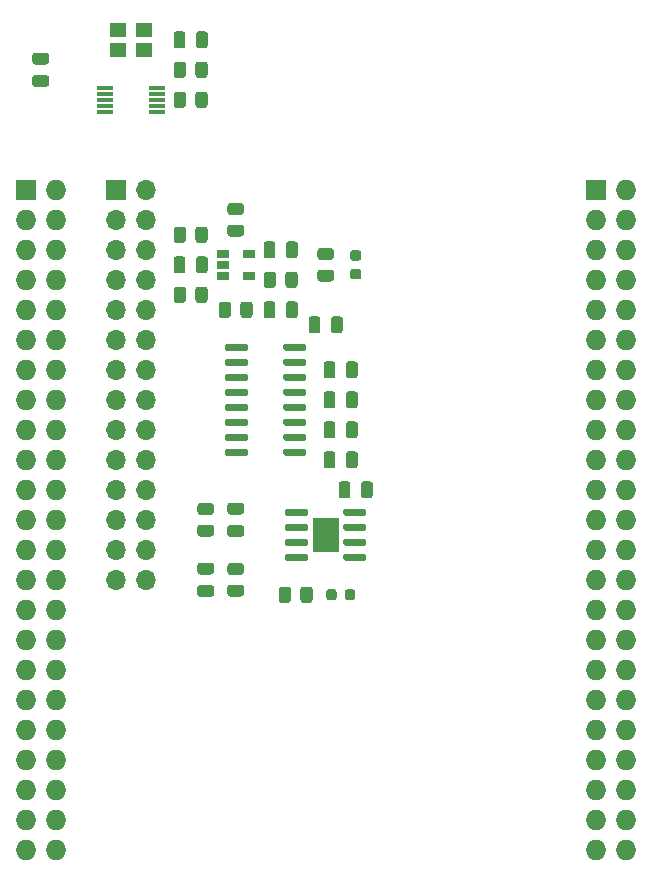
<source format=gbr>
%TF.GenerationSoftware,KiCad,Pcbnew,5.1.9-73d0e3b20d~88~ubuntu18.04.1*%
%TF.CreationDate,2021-02-18T19:04:08+11:00*%
%TF.ProjectId,bbb,6262622e-6b69-4636-9164-5f7063625858,rev?*%
%TF.SameCoordinates,Original*%
%TF.FileFunction,Soldermask,Top*%
%TF.FilePolarity,Negative*%
%FSLAX46Y46*%
G04 Gerber Fmt 4.6, Leading zero omitted, Abs format (unit mm)*
G04 Created by KiCad (PCBNEW 5.1.9-73d0e3b20d~88~ubuntu18.04.1) date 2021-02-18 19:04:08*
%MOMM*%
%LPD*%
G01*
G04 APERTURE LIST*
%ADD10R,1.060000X0.650000*%
%ADD11R,1.400000X0.300000*%
%ADD12R,1.400000X1.200000*%
%ADD13R,1.727200X1.727200*%
%ADD14O,1.727200X1.727200*%
%ADD15R,2.290000X3.000000*%
%ADD16R,1.700000X1.700000*%
%ADD17O,1.700000X1.700000*%
G04 APERTURE END LIST*
%TO.C,C13*%
G36*
G01*
X117165100Y-52672400D02*
X118115100Y-52672400D01*
G75*
G02*
X118365100Y-52922400I0J-250000D01*
G01*
X118365100Y-53422400D01*
G75*
G02*
X118115100Y-53672400I-250000J0D01*
G01*
X117165100Y-53672400D01*
G75*
G02*
X116915100Y-53422400I0J250000D01*
G01*
X116915100Y-52922400D01*
G75*
G02*
X117165100Y-52672400I250000J0D01*
G01*
G37*
G36*
G01*
X117165100Y-50772400D02*
X118115100Y-50772400D01*
G75*
G02*
X118365100Y-51022400I0J-250000D01*
G01*
X118365100Y-51522400D01*
G75*
G02*
X118115100Y-51772400I-250000J0D01*
G01*
X117165100Y-51772400D01*
G75*
G02*
X116915100Y-51522400I0J250000D01*
G01*
X116915100Y-51022400D01*
G75*
G02*
X117165100Y-50772400I250000J0D01*
G01*
G37*
%TD*%
%TO.C,R11*%
G36*
G01*
X139630100Y-97122402D02*
X139630100Y-96222398D01*
G75*
G02*
X139880098Y-95972400I249998J0D01*
G01*
X140405102Y-95972400D01*
G75*
G02*
X140655100Y-96222398I0J-249998D01*
G01*
X140655100Y-97122402D01*
G75*
G02*
X140405102Y-97372400I-249998J0D01*
G01*
X139880098Y-97372400D01*
G75*
G02*
X139630100Y-97122402I0J249998D01*
G01*
G37*
G36*
G01*
X137805100Y-97122402D02*
X137805100Y-96222398D01*
G75*
G02*
X138055098Y-95972400I249998J0D01*
G01*
X138580102Y-95972400D01*
G75*
G02*
X138830100Y-96222398I0J-249998D01*
G01*
X138830100Y-97122402D01*
G75*
G02*
X138580102Y-97372400I-249998J0D01*
G01*
X138055098Y-97372400D01*
G75*
G02*
X137805100Y-97122402I0J249998D01*
G01*
G37*
%TD*%
%TO.C,R10*%
G36*
G01*
X141320098Y-69132400D02*
X142220102Y-69132400D01*
G75*
G02*
X142470100Y-69382398I0J-249998D01*
G01*
X142470100Y-69907402D01*
G75*
G02*
X142220102Y-70157400I-249998J0D01*
G01*
X141320098Y-70157400D01*
G75*
G02*
X141070100Y-69907402I0J249998D01*
G01*
X141070100Y-69382398D01*
G75*
G02*
X141320098Y-69132400I249998J0D01*
G01*
G37*
G36*
G01*
X141320098Y-67307400D02*
X142220102Y-67307400D01*
G75*
G02*
X142470100Y-67557398I0J-249998D01*
G01*
X142470100Y-68082402D01*
G75*
G02*
X142220102Y-68332400I-249998J0D01*
G01*
X141320098Y-68332400D01*
G75*
G02*
X141070100Y-68082402I0J249998D01*
G01*
X141070100Y-67557398D01*
G75*
G02*
X141320098Y-67307400I249998J0D01*
G01*
G37*
%TD*%
%TO.C,D2*%
G36*
G01*
X142690100Y-96416150D02*
X142690100Y-96928650D01*
G75*
G02*
X142471350Y-97147400I-218750J0D01*
G01*
X142033850Y-97147400D01*
G75*
G02*
X141815100Y-96928650I0J218750D01*
G01*
X141815100Y-96416150D01*
G75*
G02*
X142033850Y-96197400I218750J0D01*
G01*
X142471350Y-96197400D01*
G75*
G02*
X142690100Y-96416150I0J-218750D01*
G01*
G37*
G36*
G01*
X144265100Y-96416150D02*
X144265100Y-96928650D01*
G75*
G02*
X144046350Y-97147400I-218750J0D01*
G01*
X143608850Y-97147400D01*
G75*
G02*
X143390100Y-96928650I0J218750D01*
G01*
X143390100Y-96416150D01*
G75*
G02*
X143608850Y-96197400I218750J0D01*
G01*
X144046350Y-96197400D01*
G75*
G02*
X144265100Y-96416150I0J-218750D01*
G01*
G37*
%TD*%
%TO.C,D1*%
G36*
G01*
X144053850Y-69082400D02*
X144566350Y-69082400D01*
G75*
G02*
X144785100Y-69301150I0J-218750D01*
G01*
X144785100Y-69738650D01*
G75*
G02*
X144566350Y-69957400I-218750J0D01*
G01*
X144053850Y-69957400D01*
G75*
G02*
X143835100Y-69738650I0J218750D01*
G01*
X143835100Y-69301150D01*
G75*
G02*
X144053850Y-69082400I218750J0D01*
G01*
G37*
G36*
G01*
X144053850Y-67507400D02*
X144566350Y-67507400D01*
G75*
G02*
X144785100Y-67726150I0J-218750D01*
G01*
X144785100Y-68163650D01*
G75*
G02*
X144566350Y-68382400I-218750J0D01*
G01*
X144053850Y-68382400D01*
G75*
G02*
X143835100Y-68163650I0J218750D01*
G01*
X143835100Y-67726150D01*
G75*
G02*
X144053850Y-67507400I218750J0D01*
G01*
G37*
%TD*%
D10*
%TO.C,U1*%
X135250100Y-67782400D03*
X135250100Y-69682400D03*
X133050100Y-69682400D03*
X133050100Y-68732400D03*
X133050100Y-67782400D03*
%TD*%
%TO.C,C2*%
G36*
G01*
X130790100Y-69207400D02*
X130790100Y-68257400D01*
G75*
G02*
X131040100Y-68007400I250000J0D01*
G01*
X131540100Y-68007400D01*
G75*
G02*
X131790100Y-68257400I0J-250000D01*
G01*
X131790100Y-69207400D01*
G75*
G02*
X131540100Y-69457400I-250000J0D01*
G01*
X131040100Y-69457400D01*
G75*
G02*
X130790100Y-69207400I0J250000D01*
G01*
G37*
G36*
G01*
X128890100Y-69207400D02*
X128890100Y-68257400D01*
G75*
G02*
X129140100Y-68007400I250000J0D01*
G01*
X129640100Y-68007400D01*
G75*
G02*
X129890100Y-68257400I0J-250000D01*
G01*
X129890100Y-69207400D01*
G75*
G02*
X129640100Y-69457400I-250000J0D01*
G01*
X129140100Y-69457400D01*
G75*
G02*
X128890100Y-69207400I0J250000D01*
G01*
G37*
%TD*%
%TO.C,C1*%
G36*
G01*
X138410100Y-73017400D02*
X138410100Y-72067400D01*
G75*
G02*
X138660100Y-71817400I250000J0D01*
G01*
X139160100Y-71817400D01*
G75*
G02*
X139410100Y-72067400I0J-250000D01*
G01*
X139410100Y-73017400D01*
G75*
G02*
X139160100Y-73267400I-250000J0D01*
G01*
X138660100Y-73267400D01*
G75*
G02*
X138410100Y-73017400I0J250000D01*
G01*
G37*
G36*
G01*
X136510100Y-73017400D02*
X136510100Y-72067400D01*
G75*
G02*
X136760100Y-71817400I250000J0D01*
G01*
X137260100Y-71817400D01*
G75*
G02*
X137510100Y-72067400I0J-250000D01*
G01*
X137510100Y-73017400D01*
G75*
G02*
X137260100Y-73267400I-250000J0D01*
G01*
X136760100Y-73267400D01*
G75*
G02*
X136510100Y-73017400I0J250000D01*
G01*
G37*
%TD*%
D11*
%TO.C,U2*%
X127460100Y-55762400D03*
X127460100Y-55262400D03*
X127460100Y-54762400D03*
X127460100Y-54262400D03*
X127460100Y-53762400D03*
X123060100Y-53762400D03*
X123060100Y-54262400D03*
X123060100Y-54762400D03*
X123060100Y-55262400D03*
X123060100Y-55762400D03*
%TD*%
D12*
%TO.C,Y1*%
X124160100Y-48832400D03*
X126360100Y-48832400D03*
X126360100Y-50532400D03*
X124160100Y-50532400D03*
%TD*%
D13*
%TO.C,P1*%
X164630100Y-62382400D03*
D14*
X167170100Y-62382400D03*
X164630100Y-64922400D03*
X167170100Y-64922400D03*
X164630100Y-67462400D03*
X167170100Y-67462400D03*
X164630100Y-70002400D03*
X167170100Y-70002400D03*
X164630100Y-72542400D03*
X167170100Y-72542400D03*
X164630100Y-75082400D03*
X167170100Y-75082400D03*
X164630100Y-77622400D03*
X167170100Y-77622400D03*
X164630100Y-80162400D03*
X167170100Y-80162400D03*
X164630100Y-82702400D03*
X167170100Y-82702400D03*
X164630100Y-85242400D03*
X167170100Y-85242400D03*
X164630100Y-87782400D03*
X167170100Y-87782400D03*
X164630100Y-90322400D03*
X167170100Y-90322400D03*
X164630100Y-92862400D03*
X167170100Y-92862400D03*
X164630100Y-95402400D03*
X167170100Y-95402400D03*
X164630100Y-97942400D03*
X167170100Y-97942400D03*
X164630100Y-100482400D03*
X167170100Y-100482400D03*
X164630100Y-103022400D03*
X167170100Y-103022400D03*
X164630100Y-105562400D03*
X167170100Y-105562400D03*
X164630100Y-108102400D03*
X167170100Y-108102400D03*
X164630100Y-110642400D03*
X167170100Y-110642400D03*
X164630100Y-113182400D03*
X167170100Y-113182400D03*
X164630100Y-115722400D03*
X167170100Y-115722400D03*
X164630100Y-118262400D03*
X167170100Y-118262400D03*
%TD*%
D13*
%TO.C,P2*%
X116370100Y-62382400D03*
D14*
X118910100Y-62382400D03*
X116370100Y-64922400D03*
X118910100Y-64922400D03*
X116370100Y-67462400D03*
X118910100Y-67462400D03*
X116370100Y-70002400D03*
X118910100Y-70002400D03*
X116370100Y-72542400D03*
X118910100Y-72542400D03*
X116370100Y-75082400D03*
X118910100Y-75082400D03*
X116370100Y-77622400D03*
X118910100Y-77622400D03*
X116370100Y-80162400D03*
X118910100Y-80162400D03*
X116370100Y-82702400D03*
X118910100Y-82702400D03*
X116370100Y-85242400D03*
X118910100Y-85242400D03*
X116370100Y-87782400D03*
X118910100Y-87782400D03*
X116370100Y-90322400D03*
X118910100Y-90322400D03*
X116370100Y-92862400D03*
X118910100Y-92862400D03*
X116370100Y-95402400D03*
X118910100Y-95402400D03*
X116370100Y-97942400D03*
X118910100Y-97942400D03*
X116370100Y-100482400D03*
X118910100Y-100482400D03*
X116370100Y-103022400D03*
X118910100Y-103022400D03*
X116370100Y-105562400D03*
X118910100Y-105562400D03*
X116370100Y-108102400D03*
X118910100Y-108102400D03*
X116370100Y-110642400D03*
X118910100Y-110642400D03*
X116370100Y-113182400D03*
X118910100Y-113182400D03*
X116370100Y-115722400D03*
X118910100Y-115722400D03*
X116370100Y-118262400D03*
X118910100Y-118262400D03*
%TD*%
%TO.C,C3*%
G36*
G01*
X139410100Y-66987400D02*
X139410100Y-67937400D01*
G75*
G02*
X139160100Y-68187400I-250000J0D01*
G01*
X138660100Y-68187400D01*
G75*
G02*
X138410100Y-67937400I0J250000D01*
G01*
X138410100Y-66987400D01*
G75*
G02*
X138660100Y-66737400I250000J0D01*
G01*
X139160100Y-66737400D01*
G75*
G02*
X139410100Y-66987400I0J-250000D01*
G01*
G37*
G36*
G01*
X137510100Y-66987400D02*
X137510100Y-67937400D01*
G75*
G02*
X137260100Y-68187400I-250000J0D01*
G01*
X136760100Y-68187400D01*
G75*
G02*
X136510100Y-67937400I0J250000D01*
G01*
X136510100Y-66987400D01*
G75*
G02*
X136760100Y-66737400I250000J0D01*
G01*
X137260100Y-66737400D01*
G75*
G02*
X137510100Y-66987400I0J-250000D01*
G01*
G37*
%TD*%
%TO.C,C4*%
G36*
G01*
X131790100Y-49207400D02*
X131790100Y-50157400D01*
G75*
G02*
X131540100Y-50407400I-250000J0D01*
G01*
X131040100Y-50407400D01*
G75*
G02*
X130790100Y-50157400I0J250000D01*
G01*
X130790100Y-49207400D01*
G75*
G02*
X131040100Y-48957400I250000J0D01*
G01*
X131540100Y-48957400D01*
G75*
G02*
X131790100Y-49207400I0J-250000D01*
G01*
G37*
G36*
G01*
X129890100Y-49207400D02*
X129890100Y-50157400D01*
G75*
G02*
X129640100Y-50407400I-250000J0D01*
G01*
X129140100Y-50407400D01*
G75*
G02*
X128890100Y-50157400I0J250000D01*
G01*
X128890100Y-49207400D01*
G75*
G02*
X129140100Y-48957400I250000J0D01*
G01*
X129640100Y-48957400D01*
G75*
G02*
X129890100Y-49207400I0J-250000D01*
G01*
G37*
%TD*%
%TO.C,C5*%
G36*
G01*
X142220100Y-74287400D02*
X142220100Y-73337400D01*
G75*
G02*
X142470100Y-73087400I250000J0D01*
G01*
X142970100Y-73087400D01*
G75*
G02*
X143220100Y-73337400I0J-250000D01*
G01*
X143220100Y-74287400D01*
G75*
G02*
X142970100Y-74537400I-250000J0D01*
G01*
X142470100Y-74537400D01*
G75*
G02*
X142220100Y-74287400I0J250000D01*
G01*
G37*
G36*
G01*
X140320100Y-74287400D02*
X140320100Y-73337400D01*
G75*
G02*
X140570100Y-73087400I250000J0D01*
G01*
X141070100Y-73087400D01*
G75*
G02*
X141320100Y-73337400I0J-250000D01*
G01*
X141320100Y-74287400D01*
G75*
G02*
X141070100Y-74537400I-250000J0D01*
G01*
X140570100Y-74537400D01*
G75*
G02*
X140320100Y-74287400I0J250000D01*
G01*
G37*
%TD*%
%TO.C,C6*%
G36*
G01*
X143490100Y-80637400D02*
X143490100Y-79687400D01*
G75*
G02*
X143740100Y-79437400I250000J0D01*
G01*
X144240100Y-79437400D01*
G75*
G02*
X144490100Y-79687400I0J-250000D01*
G01*
X144490100Y-80637400D01*
G75*
G02*
X144240100Y-80887400I-250000J0D01*
G01*
X143740100Y-80887400D01*
G75*
G02*
X143490100Y-80637400I0J250000D01*
G01*
G37*
G36*
G01*
X141590100Y-80637400D02*
X141590100Y-79687400D01*
G75*
G02*
X141840100Y-79437400I250000J0D01*
G01*
X142340100Y-79437400D01*
G75*
G02*
X142590100Y-79687400I0J-250000D01*
G01*
X142590100Y-80637400D01*
G75*
G02*
X142340100Y-80887400I-250000J0D01*
G01*
X141840100Y-80887400D01*
G75*
G02*
X141590100Y-80637400I0J250000D01*
G01*
G37*
%TD*%
%TO.C,C7*%
G36*
G01*
X141590100Y-83177400D02*
X141590100Y-82227400D01*
G75*
G02*
X141840100Y-81977400I250000J0D01*
G01*
X142340100Y-81977400D01*
G75*
G02*
X142590100Y-82227400I0J-250000D01*
G01*
X142590100Y-83177400D01*
G75*
G02*
X142340100Y-83427400I-250000J0D01*
G01*
X141840100Y-83427400D01*
G75*
G02*
X141590100Y-83177400I0J250000D01*
G01*
G37*
G36*
G01*
X143490100Y-83177400D02*
X143490100Y-82227400D01*
G75*
G02*
X143740100Y-81977400I250000J0D01*
G01*
X144240100Y-81977400D01*
G75*
G02*
X144490100Y-82227400I0J-250000D01*
G01*
X144490100Y-83177400D01*
G75*
G02*
X144240100Y-83427400I-250000J0D01*
G01*
X143740100Y-83427400D01*
G75*
G02*
X143490100Y-83177400I0J250000D01*
G01*
G37*
%TD*%
%TO.C,C8*%
G36*
G01*
X143490100Y-85717400D02*
X143490100Y-84767400D01*
G75*
G02*
X143740100Y-84517400I250000J0D01*
G01*
X144240100Y-84517400D01*
G75*
G02*
X144490100Y-84767400I0J-250000D01*
G01*
X144490100Y-85717400D01*
G75*
G02*
X144240100Y-85967400I-250000J0D01*
G01*
X143740100Y-85967400D01*
G75*
G02*
X143490100Y-85717400I0J250000D01*
G01*
G37*
G36*
G01*
X141590100Y-85717400D02*
X141590100Y-84767400D01*
G75*
G02*
X141840100Y-84517400I250000J0D01*
G01*
X142340100Y-84517400D01*
G75*
G02*
X142590100Y-84767400I0J-250000D01*
G01*
X142590100Y-85717400D01*
G75*
G02*
X142340100Y-85967400I-250000J0D01*
G01*
X141840100Y-85967400D01*
G75*
G02*
X141590100Y-85717400I0J250000D01*
G01*
G37*
%TD*%
%TO.C,C9*%
G36*
G01*
X144760100Y-88257400D02*
X144760100Y-87307400D01*
G75*
G02*
X145010100Y-87057400I250000J0D01*
G01*
X145510100Y-87057400D01*
G75*
G02*
X145760100Y-87307400I0J-250000D01*
G01*
X145760100Y-88257400D01*
G75*
G02*
X145510100Y-88507400I-250000J0D01*
G01*
X145010100Y-88507400D01*
G75*
G02*
X144760100Y-88257400I0J250000D01*
G01*
G37*
G36*
G01*
X142860100Y-88257400D02*
X142860100Y-87307400D01*
G75*
G02*
X143110100Y-87057400I250000J0D01*
G01*
X143610100Y-87057400D01*
G75*
G02*
X143860100Y-87307400I0J-250000D01*
G01*
X143860100Y-88257400D01*
G75*
G02*
X143610100Y-88507400I-250000J0D01*
G01*
X143110100Y-88507400D01*
G75*
G02*
X142860100Y-88257400I0J250000D01*
G01*
G37*
%TD*%
%TO.C,C10*%
G36*
G01*
X141590100Y-78097400D02*
X141590100Y-77147400D01*
G75*
G02*
X141840100Y-76897400I250000J0D01*
G01*
X142340100Y-76897400D01*
G75*
G02*
X142590100Y-77147400I0J-250000D01*
G01*
X142590100Y-78097400D01*
G75*
G02*
X142340100Y-78347400I-250000J0D01*
G01*
X141840100Y-78347400D01*
G75*
G02*
X141590100Y-78097400I0J250000D01*
G01*
G37*
G36*
G01*
X143490100Y-78097400D02*
X143490100Y-77147400D01*
G75*
G02*
X143740100Y-76897400I250000J0D01*
G01*
X144240100Y-76897400D01*
G75*
G02*
X144490100Y-77147400I0J-250000D01*
G01*
X144490100Y-78097400D01*
G75*
G02*
X144240100Y-78347400I-250000J0D01*
G01*
X143740100Y-78347400D01*
G75*
G02*
X143490100Y-78097400I0J250000D01*
G01*
G37*
%TD*%
%TO.C,C11*%
G36*
G01*
X133675100Y-90772400D02*
X134625100Y-90772400D01*
G75*
G02*
X134875100Y-91022400I0J-250000D01*
G01*
X134875100Y-91522400D01*
G75*
G02*
X134625100Y-91772400I-250000J0D01*
G01*
X133675100Y-91772400D01*
G75*
G02*
X133425100Y-91522400I0J250000D01*
G01*
X133425100Y-91022400D01*
G75*
G02*
X133675100Y-90772400I250000J0D01*
G01*
G37*
G36*
G01*
X133675100Y-88872400D02*
X134625100Y-88872400D01*
G75*
G02*
X134875100Y-89122400I0J-250000D01*
G01*
X134875100Y-89622400D01*
G75*
G02*
X134625100Y-89872400I-250000J0D01*
G01*
X133675100Y-89872400D01*
G75*
G02*
X133425100Y-89622400I0J250000D01*
G01*
X133425100Y-89122400D01*
G75*
G02*
X133675100Y-88872400I250000J0D01*
G01*
G37*
%TD*%
%TO.C,C12*%
G36*
G01*
X132085100Y-96852400D02*
X131135100Y-96852400D01*
G75*
G02*
X130885100Y-96602400I0J250000D01*
G01*
X130885100Y-96102400D01*
G75*
G02*
X131135100Y-95852400I250000J0D01*
G01*
X132085100Y-95852400D01*
G75*
G02*
X132335100Y-96102400I0J-250000D01*
G01*
X132335100Y-96602400D01*
G75*
G02*
X132085100Y-96852400I-250000J0D01*
G01*
G37*
G36*
G01*
X132085100Y-94952400D02*
X131135100Y-94952400D01*
G75*
G02*
X130885100Y-94702400I0J250000D01*
G01*
X130885100Y-94202400D01*
G75*
G02*
X131135100Y-93952400I250000J0D01*
G01*
X132085100Y-93952400D01*
G75*
G02*
X132335100Y-94202400I0J-250000D01*
G01*
X132335100Y-94702400D01*
G75*
G02*
X132085100Y-94952400I-250000J0D01*
G01*
G37*
%TD*%
%TO.C,R1*%
G36*
G01*
X135575100Y-72092398D02*
X135575100Y-72992402D01*
G75*
G02*
X135325102Y-73242400I-249998J0D01*
G01*
X134800098Y-73242400D01*
G75*
G02*
X134550100Y-72992402I0J249998D01*
G01*
X134550100Y-72092398D01*
G75*
G02*
X134800098Y-71842400I249998J0D01*
G01*
X135325102Y-71842400D01*
G75*
G02*
X135575100Y-72092398I0J-249998D01*
G01*
G37*
G36*
G01*
X133750100Y-72092398D02*
X133750100Y-72992402D01*
G75*
G02*
X133500102Y-73242400I-249998J0D01*
G01*
X132975098Y-73242400D01*
G75*
G02*
X132725100Y-72992402I0J249998D01*
G01*
X132725100Y-72092398D01*
G75*
G02*
X132975098Y-71842400I249998J0D01*
G01*
X133500102Y-71842400D01*
G75*
G02*
X133750100Y-72092398I0J-249998D01*
G01*
G37*
%TD*%
%TO.C,R2*%
G36*
G01*
X136535100Y-70452402D02*
X136535100Y-69552398D01*
G75*
G02*
X136785098Y-69302400I249998J0D01*
G01*
X137310102Y-69302400D01*
G75*
G02*
X137560100Y-69552398I0J-249998D01*
G01*
X137560100Y-70452402D01*
G75*
G02*
X137310102Y-70702400I-249998J0D01*
G01*
X136785098Y-70702400D01*
G75*
G02*
X136535100Y-70452402I0J249998D01*
G01*
G37*
G36*
G01*
X138360100Y-70452402D02*
X138360100Y-69552398D01*
G75*
G02*
X138610098Y-69302400I249998J0D01*
G01*
X139135102Y-69302400D01*
G75*
G02*
X139385100Y-69552398I0J-249998D01*
G01*
X139385100Y-70452402D01*
G75*
G02*
X139135102Y-70702400I-249998J0D01*
G01*
X138610098Y-70702400D01*
G75*
G02*
X138360100Y-70452402I0J249998D01*
G01*
G37*
%TD*%
%TO.C,R3*%
G36*
G01*
X129940100Y-70822398D02*
X129940100Y-71722402D01*
G75*
G02*
X129690102Y-71972400I-249998J0D01*
G01*
X129165098Y-71972400D01*
G75*
G02*
X128915100Y-71722402I0J249998D01*
G01*
X128915100Y-70822398D01*
G75*
G02*
X129165098Y-70572400I249998J0D01*
G01*
X129690102Y-70572400D01*
G75*
G02*
X129940100Y-70822398I0J-249998D01*
G01*
G37*
G36*
G01*
X131765100Y-70822398D02*
X131765100Y-71722402D01*
G75*
G02*
X131515102Y-71972400I-249998J0D01*
G01*
X130990098Y-71972400D01*
G75*
G02*
X130740100Y-71722402I0J249998D01*
G01*
X130740100Y-70822398D01*
G75*
G02*
X130990098Y-70572400I249998J0D01*
G01*
X131515102Y-70572400D01*
G75*
G02*
X131765100Y-70822398I0J-249998D01*
G01*
G37*
%TD*%
%TO.C,R4*%
G36*
G01*
X133700098Y-63497400D02*
X134600102Y-63497400D01*
G75*
G02*
X134850100Y-63747398I0J-249998D01*
G01*
X134850100Y-64272402D01*
G75*
G02*
X134600102Y-64522400I-249998J0D01*
G01*
X133700098Y-64522400D01*
G75*
G02*
X133450100Y-64272402I0J249998D01*
G01*
X133450100Y-63747398D01*
G75*
G02*
X133700098Y-63497400I249998J0D01*
G01*
G37*
G36*
G01*
X133700098Y-65322400D02*
X134600102Y-65322400D01*
G75*
G02*
X134850100Y-65572398I0J-249998D01*
G01*
X134850100Y-66097402D01*
G75*
G02*
X134600102Y-66347400I-249998J0D01*
G01*
X133700098Y-66347400D01*
G75*
G02*
X133450100Y-66097402I0J249998D01*
G01*
X133450100Y-65572398D01*
G75*
G02*
X133700098Y-65322400I249998J0D01*
G01*
G37*
%TD*%
%TO.C,R5*%
G36*
G01*
X128915100Y-55212402D02*
X128915100Y-54312398D01*
G75*
G02*
X129165098Y-54062400I249998J0D01*
G01*
X129690102Y-54062400D01*
G75*
G02*
X129940100Y-54312398I0J-249998D01*
G01*
X129940100Y-55212402D01*
G75*
G02*
X129690102Y-55462400I-249998J0D01*
G01*
X129165098Y-55462400D01*
G75*
G02*
X128915100Y-55212402I0J249998D01*
G01*
G37*
G36*
G01*
X130740100Y-55212402D02*
X130740100Y-54312398D01*
G75*
G02*
X130990098Y-54062400I249998J0D01*
G01*
X131515102Y-54062400D01*
G75*
G02*
X131765100Y-54312398I0J-249998D01*
G01*
X131765100Y-55212402D01*
G75*
G02*
X131515102Y-55462400I-249998J0D01*
G01*
X130990098Y-55462400D01*
G75*
G02*
X130740100Y-55212402I0J249998D01*
G01*
G37*
%TD*%
%TO.C,R6*%
G36*
G01*
X130740100Y-52672402D02*
X130740100Y-51772398D01*
G75*
G02*
X130990098Y-51522400I249998J0D01*
G01*
X131515102Y-51522400D01*
G75*
G02*
X131765100Y-51772398I0J-249998D01*
G01*
X131765100Y-52672402D01*
G75*
G02*
X131515102Y-52922400I-249998J0D01*
G01*
X130990098Y-52922400D01*
G75*
G02*
X130740100Y-52672402I0J249998D01*
G01*
G37*
G36*
G01*
X128915100Y-52672402D02*
X128915100Y-51772398D01*
G75*
G02*
X129165098Y-51522400I249998J0D01*
G01*
X129690102Y-51522400D01*
G75*
G02*
X129940100Y-51772398I0J-249998D01*
G01*
X129940100Y-52672402D01*
G75*
G02*
X129690102Y-52922400I-249998J0D01*
G01*
X129165098Y-52922400D01*
G75*
G02*
X128915100Y-52672402I0J249998D01*
G01*
G37*
%TD*%
%TO.C,R7*%
G36*
G01*
X130740100Y-66642402D02*
X130740100Y-65742398D01*
G75*
G02*
X130990098Y-65492400I249998J0D01*
G01*
X131515102Y-65492400D01*
G75*
G02*
X131765100Y-65742398I0J-249998D01*
G01*
X131765100Y-66642402D01*
G75*
G02*
X131515102Y-66892400I-249998J0D01*
G01*
X130990098Y-66892400D01*
G75*
G02*
X130740100Y-66642402I0J249998D01*
G01*
G37*
G36*
G01*
X128915100Y-66642402D02*
X128915100Y-65742398D01*
G75*
G02*
X129165098Y-65492400I249998J0D01*
G01*
X129690102Y-65492400D01*
G75*
G02*
X129940100Y-65742398I0J-249998D01*
G01*
X129940100Y-66642402D01*
G75*
G02*
X129690102Y-66892400I-249998J0D01*
G01*
X129165098Y-66892400D01*
G75*
G02*
X128915100Y-66642402I0J249998D01*
G01*
G37*
%TD*%
%TO.C,R8*%
G36*
G01*
X131160098Y-90722400D02*
X132060102Y-90722400D01*
G75*
G02*
X132310100Y-90972398I0J-249998D01*
G01*
X132310100Y-91497402D01*
G75*
G02*
X132060102Y-91747400I-249998J0D01*
G01*
X131160098Y-91747400D01*
G75*
G02*
X130910100Y-91497402I0J249998D01*
G01*
X130910100Y-90972398D01*
G75*
G02*
X131160098Y-90722400I249998J0D01*
G01*
G37*
G36*
G01*
X131160098Y-88897400D02*
X132060102Y-88897400D01*
G75*
G02*
X132310100Y-89147398I0J-249998D01*
G01*
X132310100Y-89672402D01*
G75*
G02*
X132060102Y-89922400I-249998J0D01*
G01*
X131160098Y-89922400D01*
G75*
G02*
X130910100Y-89672402I0J249998D01*
G01*
X130910100Y-89147398D01*
G75*
G02*
X131160098Y-88897400I249998J0D01*
G01*
G37*
%TD*%
%TO.C,R9*%
G36*
G01*
X134600102Y-96827400D02*
X133700098Y-96827400D01*
G75*
G02*
X133450100Y-96577402I0J249998D01*
G01*
X133450100Y-96052398D01*
G75*
G02*
X133700098Y-95802400I249998J0D01*
G01*
X134600102Y-95802400D01*
G75*
G02*
X134850100Y-96052398I0J-249998D01*
G01*
X134850100Y-96577402D01*
G75*
G02*
X134600102Y-96827400I-249998J0D01*
G01*
G37*
G36*
G01*
X134600102Y-95002400D02*
X133700098Y-95002400D01*
G75*
G02*
X133450100Y-94752402I0J249998D01*
G01*
X133450100Y-94227398D01*
G75*
G02*
X133700098Y-93977400I249998J0D01*
G01*
X134600102Y-93977400D01*
G75*
G02*
X134850100Y-94227398I0J-249998D01*
G01*
X134850100Y-94752402D01*
G75*
G02*
X134600102Y-95002400I-249998J0D01*
G01*
G37*
%TD*%
%TO.C,U3*%
G36*
G01*
X133240100Y-75867400D02*
X133240100Y-75567400D01*
G75*
G02*
X133390100Y-75417400I150000J0D01*
G01*
X135040100Y-75417400D01*
G75*
G02*
X135190100Y-75567400I0J-150000D01*
G01*
X135190100Y-75867400D01*
G75*
G02*
X135040100Y-76017400I-150000J0D01*
G01*
X133390100Y-76017400D01*
G75*
G02*
X133240100Y-75867400I0J150000D01*
G01*
G37*
G36*
G01*
X133240100Y-77137400D02*
X133240100Y-76837400D01*
G75*
G02*
X133390100Y-76687400I150000J0D01*
G01*
X135040100Y-76687400D01*
G75*
G02*
X135190100Y-76837400I0J-150000D01*
G01*
X135190100Y-77137400D01*
G75*
G02*
X135040100Y-77287400I-150000J0D01*
G01*
X133390100Y-77287400D01*
G75*
G02*
X133240100Y-77137400I0J150000D01*
G01*
G37*
G36*
G01*
X133240100Y-78407400D02*
X133240100Y-78107400D01*
G75*
G02*
X133390100Y-77957400I150000J0D01*
G01*
X135040100Y-77957400D01*
G75*
G02*
X135190100Y-78107400I0J-150000D01*
G01*
X135190100Y-78407400D01*
G75*
G02*
X135040100Y-78557400I-150000J0D01*
G01*
X133390100Y-78557400D01*
G75*
G02*
X133240100Y-78407400I0J150000D01*
G01*
G37*
G36*
G01*
X133240100Y-79677400D02*
X133240100Y-79377400D01*
G75*
G02*
X133390100Y-79227400I150000J0D01*
G01*
X135040100Y-79227400D01*
G75*
G02*
X135190100Y-79377400I0J-150000D01*
G01*
X135190100Y-79677400D01*
G75*
G02*
X135040100Y-79827400I-150000J0D01*
G01*
X133390100Y-79827400D01*
G75*
G02*
X133240100Y-79677400I0J150000D01*
G01*
G37*
G36*
G01*
X133240100Y-80947400D02*
X133240100Y-80647400D01*
G75*
G02*
X133390100Y-80497400I150000J0D01*
G01*
X135040100Y-80497400D01*
G75*
G02*
X135190100Y-80647400I0J-150000D01*
G01*
X135190100Y-80947400D01*
G75*
G02*
X135040100Y-81097400I-150000J0D01*
G01*
X133390100Y-81097400D01*
G75*
G02*
X133240100Y-80947400I0J150000D01*
G01*
G37*
G36*
G01*
X133240100Y-82217400D02*
X133240100Y-81917400D01*
G75*
G02*
X133390100Y-81767400I150000J0D01*
G01*
X135040100Y-81767400D01*
G75*
G02*
X135190100Y-81917400I0J-150000D01*
G01*
X135190100Y-82217400D01*
G75*
G02*
X135040100Y-82367400I-150000J0D01*
G01*
X133390100Y-82367400D01*
G75*
G02*
X133240100Y-82217400I0J150000D01*
G01*
G37*
G36*
G01*
X133240100Y-83487400D02*
X133240100Y-83187400D01*
G75*
G02*
X133390100Y-83037400I150000J0D01*
G01*
X135040100Y-83037400D01*
G75*
G02*
X135190100Y-83187400I0J-150000D01*
G01*
X135190100Y-83487400D01*
G75*
G02*
X135040100Y-83637400I-150000J0D01*
G01*
X133390100Y-83637400D01*
G75*
G02*
X133240100Y-83487400I0J150000D01*
G01*
G37*
G36*
G01*
X133240100Y-84757400D02*
X133240100Y-84457400D01*
G75*
G02*
X133390100Y-84307400I150000J0D01*
G01*
X135040100Y-84307400D01*
G75*
G02*
X135190100Y-84457400I0J-150000D01*
G01*
X135190100Y-84757400D01*
G75*
G02*
X135040100Y-84907400I-150000J0D01*
G01*
X133390100Y-84907400D01*
G75*
G02*
X133240100Y-84757400I0J150000D01*
G01*
G37*
G36*
G01*
X138190100Y-84757400D02*
X138190100Y-84457400D01*
G75*
G02*
X138340100Y-84307400I150000J0D01*
G01*
X139990100Y-84307400D01*
G75*
G02*
X140140100Y-84457400I0J-150000D01*
G01*
X140140100Y-84757400D01*
G75*
G02*
X139990100Y-84907400I-150000J0D01*
G01*
X138340100Y-84907400D01*
G75*
G02*
X138190100Y-84757400I0J150000D01*
G01*
G37*
G36*
G01*
X138190100Y-83487400D02*
X138190100Y-83187400D01*
G75*
G02*
X138340100Y-83037400I150000J0D01*
G01*
X139990100Y-83037400D01*
G75*
G02*
X140140100Y-83187400I0J-150000D01*
G01*
X140140100Y-83487400D01*
G75*
G02*
X139990100Y-83637400I-150000J0D01*
G01*
X138340100Y-83637400D01*
G75*
G02*
X138190100Y-83487400I0J150000D01*
G01*
G37*
G36*
G01*
X138190100Y-82217400D02*
X138190100Y-81917400D01*
G75*
G02*
X138340100Y-81767400I150000J0D01*
G01*
X139990100Y-81767400D01*
G75*
G02*
X140140100Y-81917400I0J-150000D01*
G01*
X140140100Y-82217400D01*
G75*
G02*
X139990100Y-82367400I-150000J0D01*
G01*
X138340100Y-82367400D01*
G75*
G02*
X138190100Y-82217400I0J150000D01*
G01*
G37*
G36*
G01*
X138190100Y-80947400D02*
X138190100Y-80647400D01*
G75*
G02*
X138340100Y-80497400I150000J0D01*
G01*
X139990100Y-80497400D01*
G75*
G02*
X140140100Y-80647400I0J-150000D01*
G01*
X140140100Y-80947400D01*
G75*
G02*
X139990100Y-81097400I-150000J0D01*
G01*
X138340100Y-81097400D01*
G75*
G02*
X138190100Y-80947400I0J150000D01*
G01*
G37*
G36*
G01*
X138190100Y-79677400D02*
X138190100Y-79377400D01*
G75*
G02*
X138340100Y-79227400I150000J0D01*
G01*
X139990100Y-79227400D01*
G75*
G02*
X140140100Y-79377400I0J-150000D01*
G01*
X140140100Y-79677400D01*
G75*
G02*
X139990100Y-79827400I-150000J0D01*
G01*
X138340100Y-79827400D01*
G75*
G02*
X138190100Y-79677400I0J150000D01*
G01*
G37*
G36*
G01*
X138190100Y-78407400D02*
X138190100Y-78107400D01*
G75*
G02*
X138340100Y-77957400I150000J0D01*
G01*
X139990100Y-77957400D01*
G75*
G02*
X140140100Y-78107400I0J-150000D01*
G01*
X140140100Y-78407400D01*
G75*
G02*
X139990100Y-78557400I-150000J0D01*
G01*
X138340100Y-78557400D01*
G75*
G02*
X138190100Y-78407400I0J150000D01*
G01*
G37*
G36*
G01*
X138190100Y-77137400D02*
X138190100Y-76837400D01*
G75*
G02*
X138340100Y-76687400I150000J0D01*
G01*
X139990100Y-76687400D01*
G75*
G02*
X140140100Y-76837400I0J-150000D01*
G01*
X140140100Y-77137400D01*
G75*
G02*
X139990100Y-77287400I-150000J0D01*
G01*
X138340100Y-77287400D01*
G75*
G02*
X138190100Y-77137400I0J150000D01*
G01*
G37*
G36*
G01*
X138190100Y-75867400D02*
X138190100Y-75567400D01*
G75*
G02*
X138340100Y-75417400I150000J0D01*
G01*
X139990100Y-75417400D01*
G75*
G02*
X140140100Y-75567400I0J-150000D01*
G01*
X140140100Y-75867400D01*
G75*
G02*
X139990100Y-76017400I-150000J0D01*
G01*
X138340100Y-76017400D01*
G75*
G02*
X138190100Y-75867400I0J150000D01*
G01*
G37*
%TD*%
%TO.C,U4*%
G36*
G01*
X138320100Y-89837400D02*
X138320100Y-89537400D01*
G75*
G02*
X138470100Y-89387400I150000J0D01*
G01*
X140120100Y-89387400D01*
G75*
G02*
X140270100Y-89537400I0J-150000D01*
G01*
X140270100Y-89837400D01*
G75*
G02*
X140120100Y-89987400I-150000J0D01*
G01*
X138470100Y-89987400D01*
G75*
G02*
X138320100Y-89837400I0J150000D01*
G01*
G37*
G36*
G01*
X138320100Y-91107400D02*
X138320100Y-90807400D01*
G75*
G02*
X138470100Y-90657400I150000J0D01*
G01*
X140120100Y-90657400D01*
G75*
G02*
X140270100Y-90807400I0J-150000D01*
G01*
X140270100Y-91107400D01*
G75*
G02*
X140120100Y-91257400I-150000J0D01*
G01*
X138470100Y-91257400D01*
G75*
G02*
X138320100Y-91107400I0J150000D01*
G01*
G37*
G36*
G01*
X138320100Y-92377400D02*
X138320100Y-92077400D01*
G75*
G02*
X138470100Y-91927400I150000J0D01*
G01*
X140120100Y-91927400D01*
G75*
G02*
X140270100Y-92077400I0J-150000D01*
G01*
X140270100Y-92377400D01*
G75*
G02*
X140120100Y-92527400I-150000J0D01*
G01*
X138470100Y-92527400D01*
G75*
G02*
X138320100Y-92377400I0J150000D01*
G01*
G37*
G36*
G01*
X138320100Y-93647400D02*
X138320100Y-93347400D01*
G75*
G02*
X138470100Y-93197400I150000J0D01*
G01*
X140120100Y-93197400D01*
G75*
G02*
X140270100Y-93347400I0J-150000D01*
G01*
X140270100Y-93647400D01*
G75*
G02*
X140120100Y-93797400I-150000J0D01*
G01*
X138470100Y-93797400D01*
G75*
G02*
X138320100Y-93647400I0J150000D01*
G01*
G37*
G36*
G01*
X143270100Y-93647400D02*
X143270100Y-93347400D01*
G75*
G02*
X143420100Y-93197400I150000J0D01*
G01*
X145070100Y-93197400D01*
G75*
G02*
X145220100Y-93347400I0J-150000D01*
G01*
X145220100Y-93647400D01*
G75*
G02*
X145070100Y-93797400I-150000J0D01*
G01*
X143420100Y-93797400D01*
G75*
G02*
X143270100Y-93647400I0J150000D01*
G01*
G37*
G36*
G01*
X143270100Y-92377400D02*
X143270100Y-92077400D01*
G75*
G02*
X143420100Y-91927400I150000J0D01*
G01*
X145070100Y-91927400D01*
G75*
G02*
X145220100Y-92077400I0J-150000D01*
G01*
X145220100Y-92377400D01*
G75*
G02*
X145070100Y-92527400I-150000J0D01*
G01*
X143420100Y-92527400D01*
G75*
G02*
X143270100Y-92377400I0J150000D01*
G01*
G37*
G36*
G01*
X143270100Y-91107400D02*
X143270100Y-90807400D01*
G75*
G02*
X143420100Y-90657400I150000J0D01*
G01*
X145070100Y-90657400D01*
G75*
G02*
X145220100Y-90807400I0J-150000D01*
G01*
X145220100Y-91107400D01*
G75*
G02*
X145070100Y-91257400I-150000J0D01*
G01*
X143420100Y-91257400D01*
G75*
G02*
X143270100Y-91107400I0J150000D01*
G01*
G37*
G36*
G01*
X143270100Y-89837400D02*
X143270100Y-89537400D01*
G75*
G02*
X143420100Y-89387400I150000J0D01*
G01*
X145070100Y-89387400D01*
G75*
G02*
X145220100Y-89537400I0J-150000D01*
G01*
X145220100Y-89837400D01*
G75*
G02*
X145070100Y-89987400I-150000J0D01*
G01*
X143420100Y-89987400D01*
G75*
G02*
X143270100Y-89837400I0J150000D01*
G01*
G37*
D15*
X141770100Y-91592400D03*
%TD*%
D16*
%TO.C,J1*%
X123990100Y-62382400D03*
D17*
X126530100Y-62382400D03*
X123990100Y-64922400D03*
X126530100Y-64922400D03*
X123990100Y-67462400D03*
X126530100Y-67462400D03*
X123990100Y-70002400D03*
X126530100Y-70002400D03*
X123990100Y-72542400D03*
X126530100Y-72542400D03*
X123990100Y-75082400D03*
X126530100Y-75082400D03*
X123990100Y-77622400D03*
X126530100Y-77622400D03*
X123990100Y-80162400D03*
X126530100Y-80162400D03*
X123990100Y-82702400D03*
X126530100Y-82702400D03*
X123990100Y-85242400D03*
X126530100Y-85242400D03*
X123990100Y-87782400D03*
X126530100Y-87782400D03*
X123990100Y-90322400D03*
X126530100Y-90322400D03*
X123990100Y-92862400D03*
X126530100Y-92862400D03*
X123990100Y-95402400D03*
X126530100Y-95402400D03*
%TD*%
M02*

</source>
